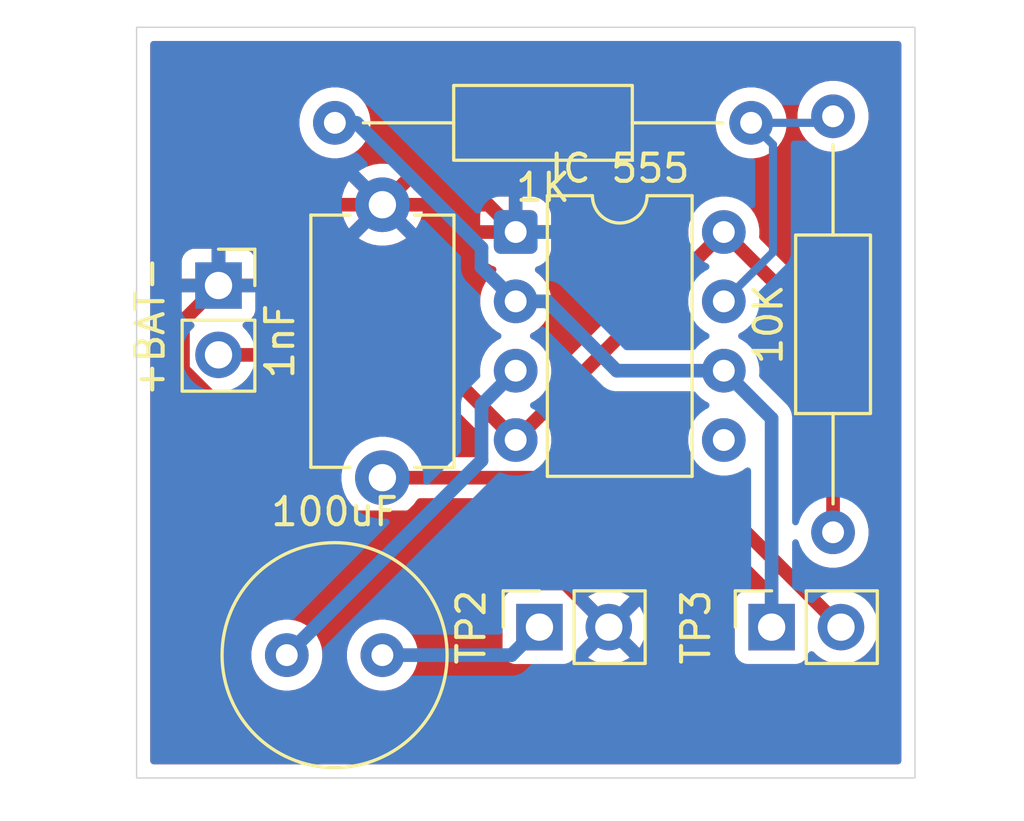
<source format=kicad_pcb>
(kicad_pcb (version 20241229) (generator "pcbnew") (generator_version "9.0")
  (layers (0 "F.Cu" signal) (2 "B.Cu" signal) (13 "F.Paste" user) (15 "B.Paste" user) (5 "F.SilkS" user "F.Silkscreen") (7 "B.SilkS" user "B.Silkscreen") (1 "F.Mask" user) (3 "B.Mask" user) (25 "Edge.Cuts" user))
  (net 0 "")
  (net 1 "GND")
  (net 2 "Net-(C1-Pad1)")
  (net 3 "Net-(C2-Pad2)")
  (net 4 "/OUt")
  (net 5 "/DIS")
  (net 6 "VCC")
  (net 7 "/TR")
  (footprint "Connector_PinSocket_2.54mm:PinSocket_1x02_P2.54mm_Vertical" (layer "F.Cu") (at 101.25 107.475 90)
    (property "Reference" "TP2" (at 0 -2.5 90) (layer "F.SilkS"))
    (property "Value" "TestPoint_2Pole")
    (fp_line (start 1.33 -1.33) (end 1.33 0) (stroke (width 0.12)) (layer "F.SilkS"))
    (fp_line (start 0 -1.33) (end 1.33 -1.33) (stroke (width 0.12)) (layer "F.SilkS"))
    (fp_line (start 1.33 1.27) (end 1.33 3.87) (stroke (width 0.12)) (layer "F.SilkS"))
    (fp_line (start -1.33 1.27) (end 1.33 1.27) (stroke (width 0.12)) (layer "F.SilkS"))
    (fp_line (start -1.33 1.27) (end -1.33 3.87) (stroke (width 0.12)) (layer "F.SilkS"))
    (fp_line (start -1.33 3.87) (end 1.33 3.87) (stroke (width 0.12)) (layer "F.SilkS"))
    (pad "1" thru_hole rect (at 0 0 90) (size 1.7 1.7) (drill 1) (layers "*.Cu" "*.Mask") (net 3 "Net-(C2-Pad2)"))
    (pad "2" thru_hole circle (at 0 2.54 90) (size 1.7 1.7) (drill 1) (layers "*.Cu" "*.Mask") (net 1 "GND"))
  )
  (footprint "Resistor_THT:R_Axial_DIN0207_L6.3mm_D2.5mm_P15.24mm_Horizontal" (layer "F.Cu") (at 112 104 90)
    (property "Reference" "10K" (at 7.62 -2.37 90) (layer "F.SilkS"))
    (property "Value" "1k")
    (fp_line (start 14.2 0) (end 10.89 0) (stroke (width 0.12)) (layer "F.SilkS"))
    (fp_line (start 1.04 0) (end 4.35 0) (stroke (width 0.12)) (layer "F.SilkS"))
    (fp_rect (start 4.35 -1.37) (end 10.89 1.37) (stroke (width 0.12)) (fill no) (layer "F.SilkS"))
    (pad "1" thru_hole circle (at 0 0 90) (size 1.6 1.6) (drill 0.8) (layers "*.Cu" "*.Mask") (net 6 "VCC"))
    (pad "2" thru_hole circle (at 15.24 0 90) (size 1.6 1.6) (drill 0.8) (layers "*.Cu" "*.Mask") (net 5 "/DIS"))
  )
  (footprint "Package_DIP:DIP-8_W7.62mm" (layer "F.Cu") (at 100.38 93)
    (property "Reference" "IC 555" (at 3.81 -2.33 0) (layer "F.SilkS"))
    (property "Value" "NE555P")
    (fp_line (start 1.16 -1.33) (end 1.16 8.95) (stroke (width 0.12)) (layer "F.SilkS"))
    (fp_line (start 1.16 8.95) (end 6.46 8.95) (stroke (width 0.12)) (layer "F.SilkS"))
    (fp_line (start 2.81 -1.33) (end 1.16 -1.33) (stroke (width 0.12)) (layer "F.SilkS"))
    (fp_line (start 6.46 -1.33) (end 4.81 -1.33) (stroke (width 0.12)) (layer "F.SilkS"))
    (fp_line (start 6.46 8.95) (end 6.46 -1.33) (stroke (width 0.12)) (layer "F.SilkS"))
    (fp_arc (start 4.81 -1.33) (mid 3.81 -0.33) (end 2.81 -1.33) (stroke (width 0.12)) (layer "F.SilkS"))
    (pad "1" thru_hole roundrect (at 0 0) (size 1.6 1.6) (drill 0.8) (layers "*.Cu" "*.Mask") (roundrect_rratio 0.15625) (net 1 "GND"))
    (pad "2" thru_hole circle (at 0 2.54) (size 1.6 1.6) (drill 0.8) (layers "*.Cu" "*.Mask") (net 7 "/TR"))
    (pad "3" thru_hole circle (at 0 5.08) (size 1.6 1.6) (drill 0.8) (layers "*.Cu" "*.Mask") (net 4 "/OUt"))
    (pad "4" thru_hole circle (at 0 7.62) (size 1.6 1.6) (drill 0.8) (layers "*.Cu" "*.Mask") (net 6 "VCC"))
    (pad "5" thru_hole circle (at 7.62 7.62) (size 1.6 1.6) (drill 0.8) (layers "*.Cu" "*.Mask"))
    (pad "6" thru_hole circle (at 7.62 5.08) (size 1.6 1.6) (drill 0.8) (layers "*.Cu" "*.Mask") (net 7 "/TR"))
    (pad "7" thru_hole circle (at 7.62 2.54) (size 1.6 1.6) (drill 0.8) (layers "*.Cu" "*.Mask") (net 5 "/DIS"))
    (pad "8" thru_hole circle (at 7.62 0) (size 1.6 1.6) (drill 0.8) (layers "*.Cu" "*.Mask") (net 6 "VCC"))
  )
  (footprint "Connector_PinSocket_2.54mm:PinSocket_1x02_P2.54mm_Vertical" (layer "F.Cu") (at 89.5 94.96)
    (property "Reference" "+BAT-" (at -2.5 1.5 90) (layer "F.SilkS"))
    (property "Value" "Battery")
    (fp_line (start -1.33 1.27) (end -1.33 3.87) (stroke (width 0.12)) (layer "F.SilkS"))
    (fp_line (start -1.33 1.27) (end 1.33 1.27) (stroke (width 0.12)) (layer "F.SilkS"))
    (fp_line (start -1.33 3.87) (end 1.33 3.87) (stroke (width 0.12)) (layer "F.SilkS"))
    (fp_line (start 0 -1.33) (end 1.33 -1.33) (stroke (width 0.12)) (layer "F.SilkS"))
    (fp_line (start 1.33 -1.33) (end 1.33 0) (stroke (width 0.12)) (layer "F.SilkS"))
    (fp_line (start 1.33 1.27) (end 1.33 3.87) (stroke (width 0.12)) (layer "F.SilkS"))
    (pad "1" thru_hole rect (at 0 0) (size 1.7 1.7) (drill 1) (layers "*.Cu" "*.Mask") (net 1 "GND"))
    (pad "2" thru_hole circle (at 0 2.54) (size 1.7 1.7) (drill 1) (layers "*.Cu" "*.Mask") (net 6 "VCC"))
  )
  (footprint "Capacitor_THT:C_Disc_D9.0mm_W5.0mm_P10.00mm" (layer "F.Cu") (at 95.5 102 90)
    (property "Reference" "1nF" (at 5 -3.75 90) (layer "F.SilkS"))
    (property "Value" "C")
    (fp_line (start 9.62 -2.62) (end 9.62 -1.18) (stroke (width 0.12)) (layer "F.SilkS"))
    (fp_line (start 0.38 -2.62) (end 9.62 -2.62) (stroke (width 0.12)) (layer "F.SilkS"))
    (fp_line (start 0.38 -1.18) (end 0.38 -2.62) (stroke (width 0.12)) (layer "F.SilkS"))
    (fp_line (start 9.62 1.18) (end 9.62 2.62) (stroke (width 0.12)) (layer "F.SilkS"))
    (fp_line (start 9.62 2.62) (end 0.38 2.62) (stroke (width 0.12)) (layer "F.SilkS"))
    (fp_line (start 0.38 2.62) (end 0.38 1.18) (stroke (width 0.12)) (layer "F.SilkS"))
    (pad "1" thru_hole circle (at 0 0 90) (size 2 2) (drill 1) (layers "*.Cu" "*.Mask") (net 2 "Net-(C1-Pad1)"))
    (pad "2" thru_hole circle (at 10 0 90) (size 2 2) (drill 1) (layers "*.Cu" "*.Mask") (net 1 "GND"))
  )
  (footprint "Resistor_THT:R_Axial_DIN0207_L6.3mm_D2.5mm_P15.24mm_Horizontal" (layer "F.Cu") (at 109 89 180)
    (property "Reference" "1K" (at 7.62 -2.37 0) (layer "F.SilkS"))
    (property "Value" "R")
    (fp_line (start 14.2 0) (end 10.89 0) (stroke (width 0.12)) (layer "F.SilkS"))
    (fp_line (start 1.04 0) (end 4.35 0) (stroke (width 0.12)) (layer "F.SilkS"))
    (fp_rect (start 4.35 -1.37) (end 10.89 1.37) (stroke (width 0.12)) (fill no) (layer "F.SilkS"))
    (pad "1" thru_hole circle (at 0 0 180) (size 1.6 1.6) (drill 0.8) (layers "*.Cu" "*.Mask") (net 5 "/DIS"))
    (pad "2" thru_hole circle (at 15.24 0 180) (size 1.6 1.6) (drill 0.8) (layers "*.Cu" "*.Mask") (net 7 "/TR"))
  )
  (footprint "Capacitor_THT:C_Radial_D8.0mm_H11.5mm_P3.50mm" (layer "F.Cu") (at 92 108.5)
    (property "Reference" "100uF" (at 1.75 -5.25 0) (layer "F.SilkS"))
    (property "Value" "C_Polarized")
    (fp_circle (center 1.75 0) (end 5.87 0) (stroke (width 0.12)) (fill no) (layer "F.SilkS"))
    (pad "1" thru_hole circle (at 0 0) (size 1.6 1.6) (drill 0.8) (layers "*.Cu" "*.Mask") (net 4 "/OUt"))
    (pad "2" thru_hole circle (at 3.5 0) (size 1.6 1.6) (drill 0.8) (layers "*.Cu" "*.Mask") (net 3 "Net-(C2-Pad2)"))
  )
  (footprint "Connector_PinSocket_2.54mm:PinSocket_1x02_P2.54mm_Vertical" (layer "F.Cu") (at 109.75 107.475 90)
    (property "Reference" "TP3" (at 0 -2.77 90) (layer "F.SilkS"))
    (property "Value" "HUmanOUt")
    (fp_line (start 1.33 -1.33) (end 1.33 0) (stroke (width 0.12)) (layer "F.SilkS"))
    (fp_line (start 0 -1.33) (end 1.33 -1.33) (stroke (width 0.12)) (layer "F.SilkS"))
    (fp_line (start 1.33 1.27) (end 1.33 3.87) (stroke (width 0.12)) (layer "F.SilkS"))
    (fp_line (start -1.33 1.27) (end 1.33 1.27) (stroke (width 0.12)) (layer "F.SilkS"))
    (fp_line (start -1.33 1.27) (end -1.33 3.87) (stroke (width 0.12)) (layer "F.SilkS"))
    (fp_line (start -1.33 3.87) (end 1.33 3.87) (stroke (width 0.12)) (layer "F.SilkS"))
    (pad "1" thru_hole rect (at 0 0 90) (size 1.7 1.7) (drill 1) (layers "*.Cu" "*.Mask") (net 7 "/TR"))
    (pad "2" thru_hole circle (at 0 2.54 90) (size 1.7 1.7) (drill 1) (layers "*.Cu" "*.Mask") (net 2 "Net-(C1-Pad1)"))
  )
  (gr_rect (start 86.5 85.5) (end 115 113) (stroke (width 0.05)) (fill no) (layer "Edge.Cuts"))
  (segment (start 88.199 98.038892) (end 88.199 96.261) (width 0.5) (layer "F.Cu") (net 1))
  (segment (start 89.5 94.96) (end 89.5 92) (width 0.5) (layer "F.Cu") (net 1))
  (segment (start 89.5 92) (end 95.5 92) (width 0.5) (layer "F.Cu") (net 1))
  (segment (start 99.766 103.451) (end 93.611108 103.451) (width 0.5) (layer "F.Cu") (net 1))
  (segment (start 88.199 96.261) (end 89.5 94.96) (width 0.5) (layer "F.Cu") (net 1))
  (segment (start 103.79 107.475) (end 99.766 103.451) (width 0.5) (layer "F.Cu") (net 1))
  (segment (start 99.38 92) (end 100.38 93) (width 0.5) (layer "F.Cu") (net 1))
  (segment (start 93.611108 103.451) (end 88.199 98.038892) (width 0.5) (layer "F.Cu") (net 1))
  (segment (start 95.5 92) (end 99.38 92) (width 0.5) (layer "F.Cu") (net 1))
  (segment (start 106.815 102) (end 95.5 102) (width 0.5) (layer "F.Cu") (net 2))
  (segment (start 112.29 107.475) (end 106.815 102) (width 0.5) (layer "F.Cu") (net 2))
  (segment (start 95.5 108.5) (end 100.225 108.5) (width 0.5) (layer "B.Cu") (net 3))
  (segment (start 100.225 108.5) (end 101.25 107.475) (width 0.5) (layer "B.Cu") (net 3))
  (segment (start 92 108) (end 92 108.5) (width 0.5) (layer "F.Cu") (net 4))
  (segment (start 99.129 101.371) (end 99.129 99.331) (width 0.5) (layer "B.Cu") (net 4))
  (segment (start 92 108.5) (end 99.129 101.371) (width 0.5) (layer "B.Cu") (net 4))
  (segment (start 99.129 99.331) (end 100.38 98.08) (width 0.5) (layer "B.Cu") (net 4))
  (segment (start 109.799999 93.740001) (end 108 95.54) (width 0.3) (layer "B.Cu") (net 5))
  (segment (start 109 89) (end 109.799999 89.799999) (width 0.3) (layer "B.Cu") (net 5))
  (segment (start 111.76 89) (end 112 88.76) (width 0.3) (layer "B.Cu") (net 5))
  (segment (start 109 89) (end 111.76 89) (width 0.3) (layer "B.Cu") (net 5))
  (segment (start 109.799999 89.799999) (end 109.799999 93.740001) (width 0.3) (layer "B.Cu") (net 5))
  (segment (start 112 104) (end 112 97) (width 0.5) (layer "F.Cu") (net 6))
  (segment (start 108 93) (end 100.38 100.62) (width 0.5) (layer "F.Cu") (net 6))
  (segment (start 100.38 100.62) (end 97.26 97.5) (width 0.5) (layer "F.Cu") (net 6))
  (segment (start 97.26 97.5) (end 89.5 97.5) (width 0.5) (layer "F.Cu") (net 6))
  (segment (start 112 97) (end 108 93) (width 0.5) (layer "F.Cu") (net 6))
  (segment (start 101.54 95.54) (end 104.08 98.08) (width 0.5) (layer "B.Cu") (net 7))
  (segment (start 109.75 99.83) (end 109.75 107.475) (width 0.5) (layer "B.Cu") (net 7))
  (segment (start 94.552024 89) (end 99.129 93.576976) (width 0.5) (layer "B.Cu") (net 7))
  (segment (start 99.129 93.576976) (end 99.129 94.289) (width 0.5) (layer "B.Cu") (net 7))
  (segment (start 93.76 89) (end 94.552024 89) (width 0.5) (layer "B.Cu") (net 7))
  (segment (start 104.08 98.08) (end 108 98.08) (width 0.5) (layer "B.Cu") (net 7))
  (segment (start 100.38 95.54) (end 101.54 95.54) (width 0.5) (layer "B.Cu") (net 7))
  (segment (start 108 98.08) (end 109.75 99.83) (width 0.5) (layer "B.Cu") (net 7))
  (segment (start 99.129 94.289) (end 100.38 95.54) (width 0.5) (layer "B.Cu") (net 7))
  (zone (net 1) (net_name "GND") (layers "F.Cu" "B.Cu") (connect_pads (clearance 0.5)) (min_thickness 0.25) (fill yes (thermal_gap 0.5) (thermal_bridge_width 0.5))
    (polygon (pts (xy 82 87.5) (xy 81.5 114.5) (xy 118.5 114.5) (xy 119 84.5) (xy 82.5 84.5) (xy 82 87) (xy 82 88)))
  )
)
</source>
